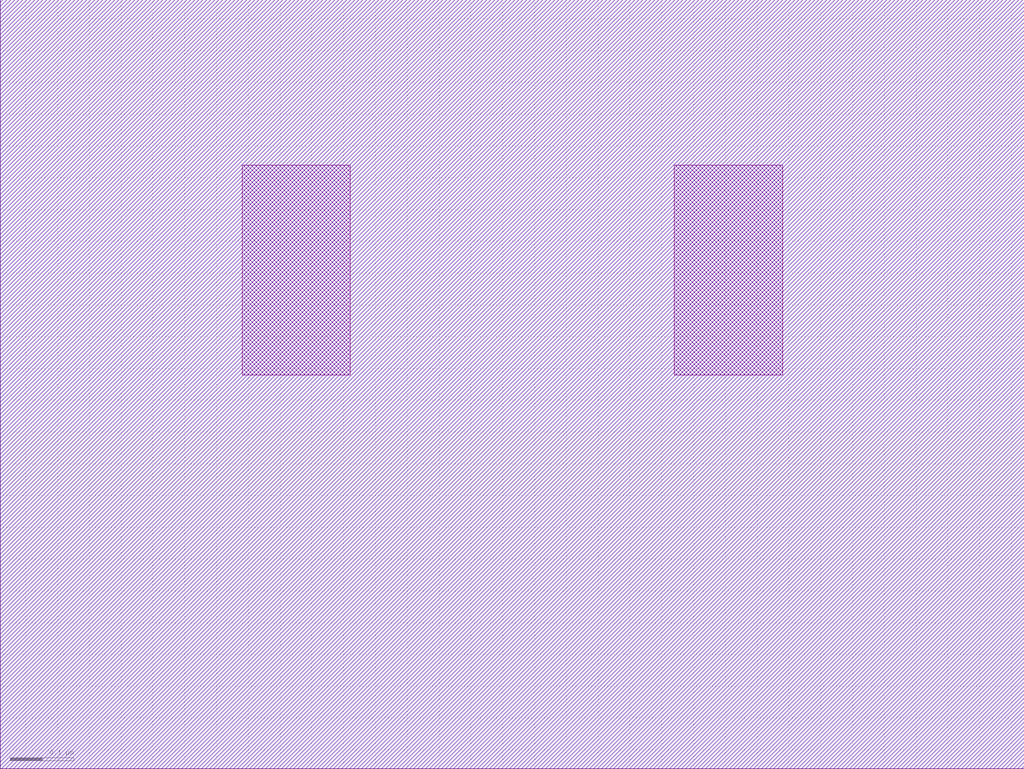
<source format=lef>
VERSION 5.7 ;
  NOWIREEXTENSIONATPIN ON ;
  DIVIDERCHAR "/" ;
  BUSBITCHARS "[]" ;
UNITS
  DATABASE MICRONS 200 ;
END UNITS

LAYER via2
  TYPE CUT ;
END via2

LAYER via
  TYPE CUT ;
END via

LAYER nwell
  TYPE MASTERSLICE ;
END nwell

LAYER via3
  TYPE CUT ;
END via3

LAYER pwell
  TYPE MASTERSLICE ;
END pwell

LAYER via4
  TYPE CUT ;
END via4

LAYER mcon
  TYPE CUT ;
END mcon

LAYER met6
  TYPE ROUTING ;
  WIDTH 0.030000 ;
  SPACING 0.040000 ;
  DIRECTION HORIZONTAL ;
END met6

LAYER met1
  TYPE ROUTING ;
  WIDTH 0.140000 ;
  SPACING 0.140000 ;
  DIRECTION HORIZONTAL ;
END met1

LAYER met3
  TYPE ROUTING ;
  WIDTH 0.300000 ;
  SPACING 0.300000 ;
  DIRECTION HORIZONTAL ;
END met3

LAYER met2
  TYPE ROUTING ;
  WIDTH 0.140000 ;
  SPACING 0.140000 ;
  DIRECTION HORIZONTAL ;
END met2

LAYER met4
  TYPE ROUTING ;
  WIDTH 0.300000 ;
  SPACING 0.300000 ;
  DIRECTION HORIZONTAL ;
END met4

LAYER met5
  TYPE ROUTING ;
  WIDTH 1.600000 ;
  SPACING 1.600000 ;
  DIRECTION HORIZONTAL ;
END met5

LAYER li1
  TYPE ROUTING ;
  WIDTH 0.170000 ;
  SPACING 0.170000 ;
  DIRECTION HORIZONTAL ;
END li1

MACRO sky130_hilas_pfetdevice01
  CLASS BLOCK ;
  FOREIGN sky130_hilas_pfetdevice01 ;
  ORIGIN 0.790 0.780 ;
  SIZE 1.610 BY 1.210 ;
  OBS
      LAYER nwell ;
        RECT -0.790 -0.780 0.820 0.430 ;
      LAYER li1 ;
        RECT -0.410 -0.160 -0.240 0.170 ;
        RECT 0.270 -0.160 0.440 0.170 ;
  END
END sky130_hilas_pfetdevice01
END LIBRARY


</source>
